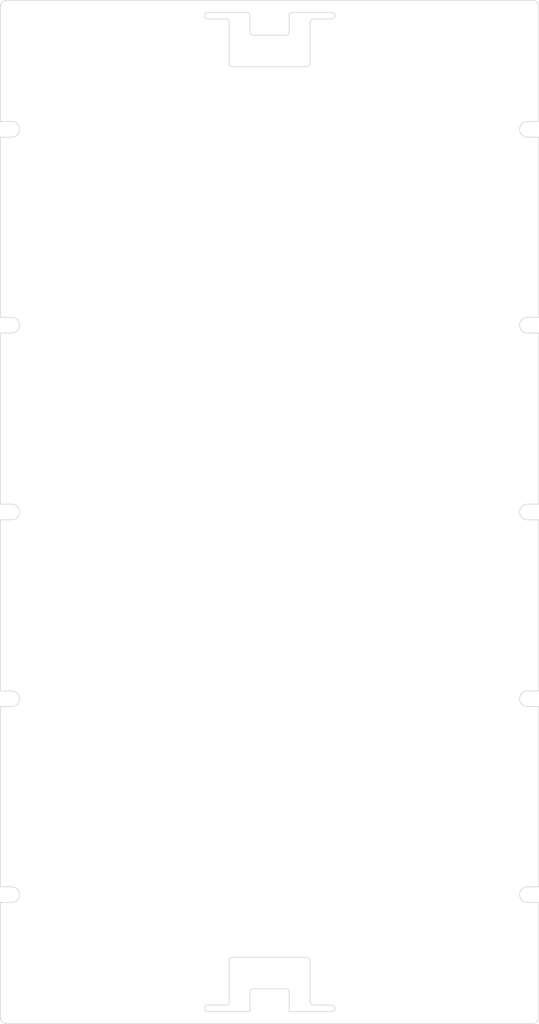
<source format=kicad_pcb>
(kicad_pcb (version 20211014) (generator pcbnew)
  (layers (0 "F.Cu" signal) (31 "B.Cu" signal) (34 "B.Paste" user) (35 "F.Paste" user) (36 "B.SilkS" user "B.Silkscreen") (37 "F.SilkS" user "F.Silkscreen") (38 "B.Mask" user) (39 "F.Mask" user) (44 "Edge.Cuts" user))
  (net 0 "")
  (gr_line (start 138.5 74.25) (end 138.5 100.45) (layer "Edge.Cuts") (width 0.1))
  (gr_curve (pts (xy 91.55 169.85) (xy 91.273858 169.85) (xy 91.05 170.073858) (xy 91.05 170.35)) (layer "Edge.Cuts") (width 0.1))
  (gr_line (start 56 129.05) (end 57.75 129.05) (layer "Edge.Cuts") (width 0.1))
  (gr_line (start 138.5 131.45) (end 138.5 159.05) (layer "Edge.Cuts") (width 0.1))
  (gr_line (start 87.75 25.15) (end 93.75 25.15) (layer "Edge.Cuts") (width 0.1))
  (gr_curve (pts (xy 135.71077 130.85) (xy 135.925129 131.221281) (xy 136.321281 131.45) (xy 136.75 131.45)) (layer "Edge.Cuts") (width 0.1))
  (gr_line (start 94.75 28.65) (end 99.75 28.65) (layer "Edge.Cuts") (width 0.1))
  (gr_curve (pts (xy 90.903553 177.003553) (xy 90.997322 176.909785) (xy 91.05 176.782608) (xy 91.05 176.65)) (layer "Edge.Cuts") (width 0.1))
  (gr_line (start 56 24.3) (end 56 41.85) (layer "Edge.Cuts") (width 0.1))
  (gr_line (start 90.55 177.15) (end 87.75 177.15) (layer "Edge.Cuts") (width 0.1))
  (gr_curve (pts (xy 91.196447 33.303554) (xy 91.290215 33.397322) (xy 91.417392 33.45) (xy 91.55 33.45)) (layer "Edge.Cuts") (width 0.1))
  (gr_curve (pts (xy 58.78923 130.85) (xy 59.00359 130.478719) (xy 59.00359 130.021281) (xy 58.78923 129.65)) (layer "Edge.Cuts") (width 0.1))
  (gr_line (start 106.75 177.15) (end 103.95 177.15) (layer "Edge.Cuts") (width 0.1))
  (gr_line (start 57.75 102.85) (end 56 102.85) (layer "Edge.Cuts") (width 0.1))
  (gr_curve (pts (xy 94.75 174.65) (xy 94.617392 174.65) (xy 94.490215 174.702678) (xy 94.396447 174.796447)) (layer "Edge.Cuts") (width 0.1))
  (gr_curve (pts (xy 102.95 33.45) (xy 103.082608 33.45) (xy 103.209785 33.397322) (xy 103.303553 33.303554)) (layer "Edge.Cuts") (width 0.1))
  (gr_curve (pts (xy 100.25 175.15) (xy 100.25 175.017392) (xy 100.197322 174.890215) (xy 100.103553 174.796447)) (layer "Edge.Cuts") (width 0.1))
  (gr_curve (pts (xy 94.25 28.15) (xy 94.25 28.282608) (xy 94.302678 28.409785) (xy 94.396447 28.503553)) (layer "Edge.Cuts") (width 0.1))
  (gr_line (start 103.45 26.65) (end 103.45 32.95) (layer "Edge.Cuts") (width 0.1))
  (gr_curve (pts (xy 94.396447 174.796447) (xy 94.302678 174.890215) (xy 94.25 175.017392) (xy 94.25 175.15)) (layer "Edge.Cuts") (width 0.1))
  (gr_curve (pts (xy 87.75 177.15) (xy 87.474 177.150201) (xy 87.250364 177.374) (xy 87.250364 177.65)) (layer "Edge.Cuts") (width 0.1))
  (gr_curve (pts (xy 58.78923 73.65) (xy 59.00359 73.278719) (xy 59.00359 72.821281) (xy 58.78923 72.45)) (layer "Edge.Cuts") (width 0.1))
  (gr_line (start 91.05 32.95) (end 91.05 26.65) (layer "Edge.Cuts") (width 0.1))
  (gr_line (start 102.95 33.45) (end 91.55 33.45) (layer "Edge.Cuts") (width 0.1))
  (gr_line (start 100.25 175.15) (end 100.25 178.15) (layer "Edge.Cuts") (width 0.1))
  (gr_line (start 138.5 102.85) (end 138.5 129.05) (layer "Edge.Cuts") (width 0.1))
  (gr_curve (pts (xy 58.78923 43.65) (xy 59.00359 43.278719) (xy 59.00359 42.821281) (xy 58.78923 42.45)) (layer "Edge.Cuts") (width 0.1))
  (gr_curve (pts (xy 135.71077 159.65) (xy 135.49641 160.021281) (xy 135.49641 160.478719) (xy 135.71077 160.85)) (layer "Edge.Cuts") (width 0.1))
  (gr_curve (pts (xy 90.55 177.15) (xy 90.682608 177.15) (xy 90.809785 177.097322) (xy 90.903553 177.003553)) (layer "Edge.Cuts") (width 0.1))
  (gr_line (start 87.75 178.15) (end 94.25 178.15) (layer "Edge.Cuts") (width 0.1))
  (gr_curve (pts (xy 135.71077 42.45) (xy 135.49641 42.821281) (xy 135.49641 43.278719) (xy 135.71077 43.65)) (layer "Edge.Cuts") (width 0.1))
  (gr_curve (pts (xy 106.75 26.15) (xy 107.026 26.149799) (xy 107.249636 25.926) (xy 107.249636 25.65)) (layer "Edge.Cuts") (width 0.1))
  (gr_curve (pts (xy 100.75 25.15) (xy 100.473858 25.15) (xy 100.25 25.373858) (xy 100.25 25.65)) (layer "Edge.Cuts") (width 0.1))
  (gr_line (start 138.5 131.45) (end 136.75 131.45) (layer "Edge.Cuts") (width 0.1))
  (gr_curve (pts (xy 90.903553 26.296447) (xy 90.809785 26.202678) (xy 90.682608 26.15) (xy 90.55 26.15)) (layer "Edge.Cuts") (width 0.1))
  (gr_curve (pts (xy 58.78923 102.25) (xy 59.00359 101.878719) (xy 59.00359 101.421281) (xy 58.78923 101.05)) (layer "Edge.Cuts") (width 0.1))
  (gr_curve (pts (xy 57 23.3) (xy 56.447715 23.3) (xy 56 23.747715) (xy 56 24.3)) (layer "Edge.Cuts") (width 0.1))
  (gr_line (start 136.75 159.05) (end 138.5 159.05) (layer "Edge.Cuts") (width 0.1))
  (gr_curve (pts (xy 58.78923 159.65) (xy 58.574871 159.278719) (xy 58.178719 159.05) (xy 57.75 159.05)) (layer "Edge.Cuts") (width 0.1))
  (gr_line (start 56 100.45) (end 57.75 100.45) (layer "Edge.Cuts") (width 0.1))
  (gr_line (start 138.5 161.45) (end 138.5 179) (layer "Edge.Cuts") (width 0.1))
  (gr_line (start 94.25 178.15) (end 94.25 175.15) (layer "Edge.Cuts") (width 0.1))
  (gr_curve (pts (xy 135.71077 160.85) (xy 135.925129 161.221281) (xy 136.321281 161.45) (xy 136.75 161.45)) (layer "Edge.Cuts") (width 0.1))
  (gr_line (start 57.75 161.45) (end 56 161.45) (layer "Edge.Cuts") (width 0.1))
  (gr_curve (pts (xy 58.78923 129.65) (xy 58.574871 129.278719) (xy 58.178719 129.05) (xy 57.75 129.05)) (layer "Edge.Cuts") (width 0.1))
  (gr_line (start 136.75 100.45) (end 138.5 100.45) (layer "Edge.Cuts") (width 0.1))
  (gr_curve (pts (xy 103.596447 26.296447) (xy 103.502678 26.390215) (xy 103.45 26.517392) (xy 103.45 26.65)) (layer "Edge.Cuts") (width 0.1))
  (gr_line (start 136.75 71.85) (end 138.5 71.85) (layer "Edge.Cuts") (width 0.1))
  (gr_curve (pts (xy 58.78923 160.85) (xy 59.00359 160.478719) (xy 59.00359 160.021281) (xy 58.78923 159.65)) (layer "Edge.Cuts") (width 0.1))
  (gr_curve (pts (xy 136.75 159.05) (xy 136.321281 159.05) (xy 135.925129 159.278719) (xy 135.71077 159.65)) (layer "Edge.Cuts") (width 0.1))
  (gr_curve (pts (xy 87.250364 25.65) (xy 87.250364 25.926) (xy 87.474 26.149799) (xy 87.75 26.15)) (layer "Edge.Cuts") (width 0.1))
  (gr_curve (pts (xy 99.75 28.65) (xy 99.882608 28.65) (xy 100.009785 28.597322) (xy 100.103553 28.503553)) (layer "Edge.Cuts") (width 0.1))
  (gr_curve (pts (xy 136.75 71.85) (xy 136.321281 71.85) (xy 135.925129 72.078719) (xy 135.71077 72.45)) (layer "Edge.Cuts") (width 0.1))
  (gr_curve (pts (xy 135.71077 129.65) (xy 135.49641 130.021281) (xy 135.49641 130.478719) (xy 135.71077 130.85)) (layer "Edge.Cuts") (width 0.1))
  (gr_line (start 102.95 169.85) (end 91.55 169.85) (layer "Edge.Cuts") (width 0.1))
  (gr_line (start 57 23.3) (end 137.5 23.3) (layer "Edge.Cuts") (width 0.1))
  (gr_curve (pts (xy 103.303553 33.303554) (xy 103.397322 33.209785) (xy 103.45 33.082608) (xy 103.45 32.95)) (layer "Edge.Cuts") (width 0.1))
  (gr_line (start 56 131.45) (end 56 159.05) (layer "Edge.Cuts") (width 0.1))
  (gr_line (start 91.05 170.35) (end 91.05 176.65) (layer "Edge.Cuts") (width 0.1))
  (gr_curve (pts (xy 103.45 170.35) (xy 103.45 170.073858) (xy 103.226142 169.85) (xy 102.95 169.85)) (layer "Edge.Cuts") (width 0.1))
  (gr_curve (pts (xy 107.249636 177.65) (xy 107.249636 177.374) (xy 107.026 177.150201) (xy 106.75 177.15)) (layer "Edge.Cuts") (width 0.1))
  (gr_line (start 90.55 26.15) (end 87.75 26.15) (layer "Edge.Cuts") (width 0.1))
  (gr_line (start 56 71.85) (end 57.75 71.85) (layer "Edge.Cuts") (width 0.1))
  (gr_curve (pts (xy 57.75 44.25) (xy 58.178719 44.25) (xy 58.574871 44.021281) (xy 58.78923 43.65)) (layer "Edge.Cuts") (width 0.1))
  (gr_curve (pts (xy 135.71077 73.65) (xy 135.925129 74.021281) (xy 136.321281 74.25) (xy 136.75 74.25)) (layer "Edge.Cuts") (width 0.1))
  (gr_curve (pts (xy 136.75 129.05) (xy 136.321281 129.05) (xy 135.925129 129.278719) (xy 135.71077 129.65)) (layer "Edge.Cuts") (width 0.1))
  (gr_line (start 136.75 129.05) (end 138.5 129.05) (layer "Edge.Cuts") (width 0.1))
  (gr_line (start 103.45 176.65) (end 103.45 170.35) (layer "Edge.Cuts") (width 0.1))
  (gr_line (start 94.25 25.65) (end 94.25 28.15) (layer "Edge.Cuts") (width 0.1))
  (gr_line (start 56 41.85) (end 57.75 41.85) (layer "Edge.Cuts") (width 0.1))
  (gr_line (start 138.5 44.25) (end 138.5 71.85) (layer "Edge.Cuts") (width 0.1))
  (gr_line (start 138.5 161.45) (end 136.75 161.45) (layer "Edge.Cuts") (width 0.1))
  (gr_curve (pts (xy 57.75 74.25) (xy 58.178719 74.25) (xy 58.574871 74.021281) (xy 58.78923 73.65)) (layer "Edge.Cuts") (width 0.1))
  (gr_curve (pts (xy 87.250364 177.65) (xy 87.250364 177.926) (xy 87.474 178.149799) (xy 87.75 178.15)) (layer "Edge.Cuts") (width 0.1))
  (gr_line (start 100.25 28.15) (end 100.25 25.65) (layer "Edge.Cuts") (width 0.1))
  (gr_curve (pts (xy 106.75 178.15) (xy 107.026 178.149799) (xy 107.249636 177.926) (xy 107.249636 177.65)) (layer "Edge.Cuts") (width 0.1))
  (gr_curve (pts (xy 58.78923 72.45) (xy 58.574871 72.078719) (xy 58.178719 71.85) (xy 57.75 71.85)) (layer "Edge.Cuts") (width 0.1))
  (gr_curve (pts (xy 57.75 102.85) (xy 58.178719 102.85) (xy 58.574871 102.621281) (xy 58.78923 102.25)) (layer "Edge.Cuts") (width 0.1))
  (gr_curve (pts (xy 103.95 26.15) (xy 103.817392 26.15) (xy 103.690215 26.202678) (xy 103.596447 26.296447)) (layer "Edge.Cuts") (width 0.1))
  (gr_line (start 100.25 178.15) (end 106.75 178.15) (layer "Edge.Cuts") (width 0.1))
  (gr_line (start 94.75 174.65) (end 99.75 174.65) (layer "Edge.Cuts") (width 0.1))
  (gr_line (start 57.75 131.45) (end 56 131.45) (layer "Edge.Cuts") (width 0.1))
  (gr_line (start 136.75 41.85) (end 138.5 41.85) (layer "Edge.Cuts") (width 0.1))
  (gr_line (start 138.5 74.25) (end 136.75 74.25) (layer "Edge.Cuts") (width 0.1))
  (gr_curve (pts (xy 91.05 32.95) (xy 91.05 33.082608) (xy 91.102678 33.209785) (xy 91.196447 33.303554)) (layer "Edge.Cuts") (width 0.1))
  (gr_line (start 138.5 102.85) (end 136.75 102.85) (layer "Edge.Cuts") (width 0.1))
  (gr_curve (pts (xy 138.5 24.3) (xy 138.5 23.747715) (xy 138.052285 23.3) (xy 137.5 23.3)) (layer "Edge.Cuts") (width 0.1))
  (gr_line (start 56 159.05) (end 57.75 159.05) (layer "Edge.Cuts") (width 0.1))
  (gr_line (start 56 102.85) (end 56 129.05) (layer "Edge.Cuts") (width 0.1))
  (gr_curve (pts (xy 137.5 180) (xy 138.052285 180) (xy 138.5 179.552285) (xy 138.5 179)) (layer "Edge.Cuts") (width 0.1))
  (gr_curve (pts (xy 100.103553 28.503553) (xy 100.197322 28.409785) (xy 100.25 28.282608) (xy 100.25 28.15)) (layer "Edge.Cuts") (width 0.1))
  (gr_curve (pts (xy 94.396447 28.503553) (xy 94.490215 28.597322) (xy 94.617392 28.65) (xy 94.75 28.65)) (layer "Edge.Cuts") (width 0.1))
  (gr_curve (pts (xy 136.75 100.45) (xy 136.321281 100.45) (xy 135.925129 100.678719) (xy 135.71077 101.05)) (layer "Edge.Cuts") (width 0.1))
  (gr_curve (pts (xy 103.45 176.65) (xy 103.45 176.782608) (xy 103.502678 176.909785) (xy 103.596447 177.003553)) (layer "Edge.Cuts") (width 0.1))
  (gr_line (start 100.75 25.15) (end 106.75 25.15) (layer "Edge.Cuts") (width 0.1))
  (gr_line (start 56 74.25) (end 56 100.45) (layer "Edge.Cuts") (width 0.1))
  (gr_curve (pts (xy 58.78923 42.45) (xy 58.574871 42.078719) (xy 58.178719 41.85) (xy 57.75 41.85)) (layer "Edge.Cuts") (width 0.1))
  (gr_line (start 138.5 24.3) (end 138.5 41.85) (layer "Edge.Cuts") (width 0.1))
  (gr_curve (pts (xy 135.71077 43.65) (xy 135.925129 44.021281) (xy 136.321281 44.25) (xy 136.75 44.25)) (layer "Edge.Cuts") (width 0.1))
  (gr_curve (pts (xy 135.71077 72.45) (xy 135.49641 72.821281) (xy 135.49641 73.278719) (xy 135.71077 73.65)) (layer "Edge.Cuts") (width 0.1))
  (gr_curve (pts (xy 58.78923 101.05) (xy 58.574871 100.678719) (xy 58.178719 100.45) (xy 57.75 100.45)) (layer "Edge.Cuts") (width 0.1))
  (gr_line (start 56 161.45) (end 56 179) (layer "Edge.Cuts") (width 0.1))
  (gr_curve (pts (xy 107.249636 25.65) (xy 107.249636 25.374) (xy 107.026 25.150201) (xy 106.75 25.15)) (layer "Edge.Cuts") (width 0.1))
  (gr_curve (pts (xy 57.75 131.45) (xy 58.178719 131.45) (xy 58.574871 131.221281) (xy 58.78923 130.85)) (layer "Edge.Cuts") (width 0.1))
  (gr_curve (pts (xy 94.25 25.65) (xy 94.25 25.373858) (xy 94.026142 25.15) (xy 93.75 25.15)) (layer "Edge.Cuts") (width 0.1))
  (gr_line (start 106.75 26.15) (end 103.95 26.15) (layer "Edge.Cuts") (width 0.1))
  (gr_line (start 57.75 44.25) (end 56 44.25) (layer "Edge.Cuts") (width 0.1))
  (gr_curve (pts (xy 87.75 25.15) (xy 87.474 25.150201) (xy 87.250364 25.374) (xy 87.250364 25.65)) (layer "Edge.Cuts") (width 0.1))
  (gr_curve (pts (xy 57.75 161.45) (xy 58.178719 161.45) (xy 58.574871 161.221281) (xy 58.78923 160.85)) (layer "Edge.Cuts") (width 0.1))
  (gr_line (start 57 180) (end 137.5 180) (layer "Edge.Cuts") (width 0.1))
  (gr_curve (pts (xy 103.596447 177.003553) (xy 103.690215 177.097322) (xy 103.817392 177.15) (xy 103.95 177.15)) (layer "Edge.Cuts") (width 0.1))
  (gr_curve (pts (xy 100.103553 174.796447) (xy 100.009785 174.702678) (xy 99.882608 174.65) (xy 99.75 174.65)) (layer "Edge.Cuts") (width 0.1))
  (gr_curve (pts (xy 91.05 26.65) (xy 91.05 26.517392) (xy 90.997322 26.390215) (xy 90.903553 26.296447)) (layer "Edge.Cuts") (width 0.1))
  (gr_curve (pts (xy 136.75 41.85) (xy 136.321281 41.85) (xy 135.925129 42.078719) (xy 135.71077 42.45)) (layer "Edge.Cuts") (width 0.1))
  (gr_curve (pts (xy 135.71077 101.05) (xy 135.49641 101.421281) (xy 135.49641 101.878719) (xy 135.71077 102.25)) (layer "Edge.Cuts") (width 0.1))
  (gr_line (start 57.75 74.25) (end 56 74.25) (layer "Edge.Cuts") (width 0.1))
  (gr_curve (pts (xy 56 179) (xy 56 179.552285) (xy 56.447715 180) (xy 57 180)) (layer "Edge.Cuts") (width 0.1))
  (gr_curve (pts (xy 135.71077 102.25) (xy 135.925129 102.621281) (xy 136.321281 102.85) (xy 136.75 102.85)) (layer "Edge.Cuts") (width 0.1))
  (gr_line (start 138.5 44.25) (end 136.75 44.25) (layer "Edge.Cuts") (width 0.1))
  (gr_line (start 56 44.25) (end 56 71.85) (layer "Edge.Cuts") (width 0.1))
)
</source>
